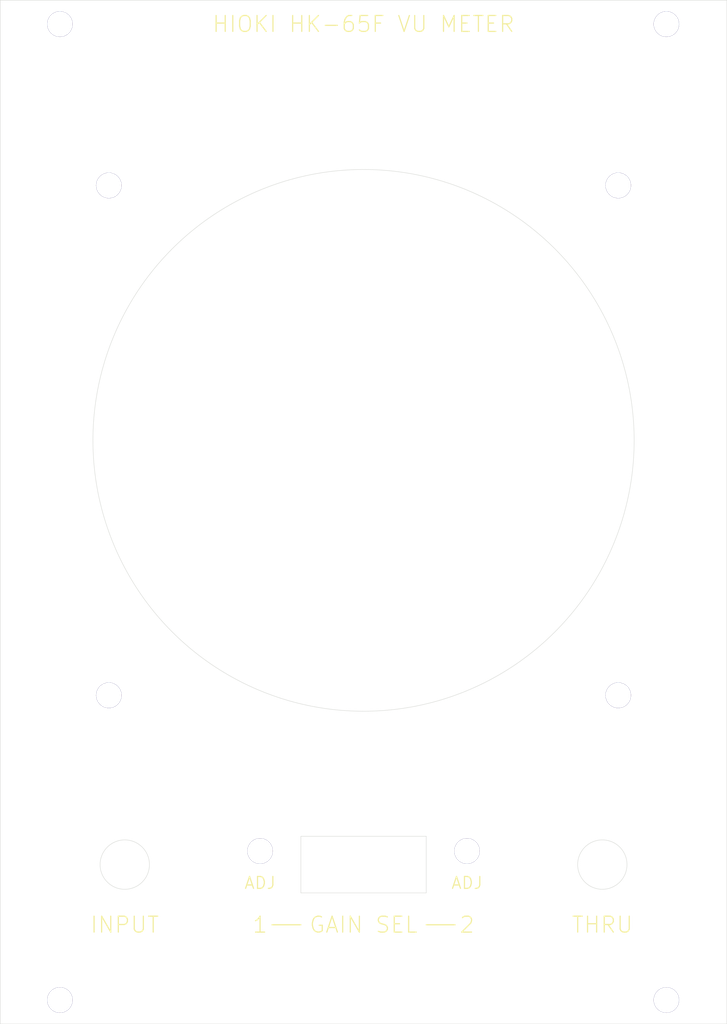
<source format=kicad_pcb>
(kicad_pcb (version 20171130) (host pcbnew "(5.1.5-0)")

  (general
    (thickness 1.6)
    (drawings 21)
    (tracks 10)
    (zones 0)
    (modules 0)
    (nets 1)
  )

  (page A4)
  (layers
    (0 F.Cu signal)
    (31 B.Cu signal)
    (32 B.Adhes user)
    (33 F.Adhes user)
    (34 B.Paste user)
    (35 F.Paste user)
    (36 B.SilkS user)
    (37 F.SilkS user)
    (38 B.Mask user)
    (39 F.Mask user)
    (40 Dwgs.User user)
    (41 Cmts.User user)
    (42 Eco1.User user)
    (43 Eco2.User user)
    (44 Edge.Cuts user)
    (45 Margin user)
    (46 B.CrtYd user)
    (47 F.CrtYd user)
    (48 B.Fab user)
    (49 F.Fab user)
  )

  (setup
    (last_trace_width 0.25)
    (trace_clearance 0.2)
    (zone_clearance 0.508)
    (zone_45_only no)
    (trace_min 0.2)
    (via_size 0.8)
    (via_drill 0.4)
    (via_min_size 0.4)
    (via_min_drill 0.3)
    (uvia_size 0.3)
    (uvia_drill 0.1)
    (uvias_allowed no)
    (uvia_min_size 0.2)
    (uvia_min_drill 0.1)
    (edge_width 0.05)
    (segment_width 0.2)
    (pcb_text_width 0.3)
    (pcb_text_size 1.5 1.5)
    (mod_edge_width 0.12)
    (mod_text_size 1 1)
    (mod_text_width 0.15)
    (pad_size 1.524 1.524)
    (pad_drill 0.762)
    (pad_to_mask_clearance 0.051)
    (solder_mask_min_width 0.25)
    (aux_axis_origin 50 150)
    (grid_origin 50 150)
    (visible_elements FFFFFF7F)
    (pcbplotparams
      (layerselection 0x010fc_ffffffff)
      (usegerberextensions false)
      (usegerberattributes false)
      (usegerberadvancedattributes false)
      (creategerberjobfile false)
      (excludeedgelayer true)
      (linewidth 0.100000)
      (plotframeref false)
      (viasonmask false)
      (mode 1)
      (useauxorigin false)
      (hpglpennumber 1)
      (hpglpenspeed 20)
      (hpglpendiameter 15.000000)
      (psnegative false)
      (psa4output false)
      (plotreference true)
      (plotvalue true)
      (plotinvisibletext false)
      (padsonsilk false)
      (subtractmaskfromsilk false)
      (outputformat 1)
      (mirror false)
      (drillshape 1)
      (scaleselection 1)
      (outputdirectory ""))
  )

  (net 0 "")

  (net_class Default "これはデフォルトのネット クラスです。"
    (clearance 0.2)
    (trace_width 0.25)
    (via_dia 0.8)
    (via_drill 0.4)
    (uvia_dia 0.3)
    (uvia_drill 0.1)
  )

  (gr_text "HIOKI HK-65F VU METER" (at 95.65 24.5) (layer F.SilkS)
    (effects (font (size 2 2) (thickness 0.15)))
  )
  (gr_circle (center 95.65 76.75) (end 129.65 76.75) (layer Edge.Cuts) (width 0.05))
  (gr_text 2 (at 108.65 137.555) (layer F.SilkS)
    (effects (font (size 2 2) (thickness 0.15)))
  )
  (gr_line (start 103.525 137.555) (end 107.15 137.555) (layer F.SilkS) (width 0.15) (tstamp 5F091FAC))
  (gr_line (start 84.15 137.555) (end 87.775 137.555) (layer F.SilkS) (width 0.15))
  (gr_text THRU (at 125.65 137.555) (layer F.SilkS)
    (effects (font (size 2 2) (thickness 0.15)))
  )
  (gr_text INPUT (at 65.65 137.555) (layer F.SilkS)
    (effects (font (size 2 2) (thickness 0.15)))
  )
  (gr_text 1 (at 82.65 137.555) (layer F.SilkS)
    (effects (font (size 2 2) (thickness 0.15)))
  )
  (gr_text ADJ (at 108.65 132.3) (layer F.SilkS)
    (effects (font (size 1.5 1.5) (thickness 0.15)))
  )
  (gr_text ADJ (at 82.65 132.3) (layer F.SilkS)
    (effects (font (size 1.5 1.5) (thickness 0.15)))
  )
  (gr_line (start 103.525 133.555) (end 103.525 126.445) (layer Edge.Cuts) (width 0.05) (tstamp 5F091B4E))
  (gr_line (start 87.775 126.445) (end 103.525 126.445) (layer Edge.Cuts) (width 0.05) (tstamp 5F091B42))
  (gr_line (start 87.775 133.555) (end 103.525 133.555) (layer Edge.Cuts) (width 0.05))
  (gr_line (start 87.775 133.555) (end 87.775 126.445) (layer Edge.Cuts) (width 0.05))
  (gr_circle (center 125.65 130) (end 128.75 130) (layer Edge.Cuts) (width 0.05))
  (gr_circle (center 65.65 130) (end 68.75 130) (layer Edge.Cuts) (width 0.05))
  (gr_line (start 50 21.5) (end 141.3 21.5) (layer Edge.Cuts) (width 0.05) (tstamp 5F091744))
  (gr_line (start 50 150) (end 50 21.5) (layer Edge.Cuts) (width 0.05) (tstamp 5F09173B))
  (gr_line (start 141.3 150) (end 141.3 21.5) (layer Edge.Cuts) (width 0.05))
  (gr_line (start 50 150) (end 141.3 150) (layer Edge.Cuts) (width 0.05))
  (gr_text "GAIN SEL" (at 95.65 137.555) (layer F.SilkS)
    (effects (font (size 2 2) (thickness 0.15)))
  )

  (via (at 57.5 147) (size 3.2) (drill 3.175) (layers F.Cu B.Cu) (net 0))
  (via (at 133.7 147) (size 3.2) (drill 3.175) (layers F.Cu B.Cu) (net 0))
  (via (at 57.5 24.5) (size 3.2) (drill 3.175) (layers F.Cu B.Cu) (net 0))
  (via (at 133.7 24.5) (size 3.2) (drill 3.175) (layers F.Cu B.Cu) (net 0))
  (via (at 82.65 128.3) (size 3.2) (drill 3.175) (layers F.Cu B.Cu) (net 0))
  (via (at 108.65 128.3) (size 3.2) (drill 3.175) (layers F.Cu B.Cu) (net 0))
  (via (at 63.65 108.75) (size 3.2) (drill 3.175) (layers F.Cu B.Cu) (net 0))
  (via (at 127.65 108.75) (size 3.2) (drill 3.175) (layers F.Cu B.Cu) (net 0))
  (via (at 63.65 44.75) (size 3.2) (drill 3.175) (layers F.Cu B.Cu) (net 0))
  (via (at 127.65 44.75) (size 3.2) (drill 3.175) (layers F.Cu B.Cu) (net 0))

)

</source>
